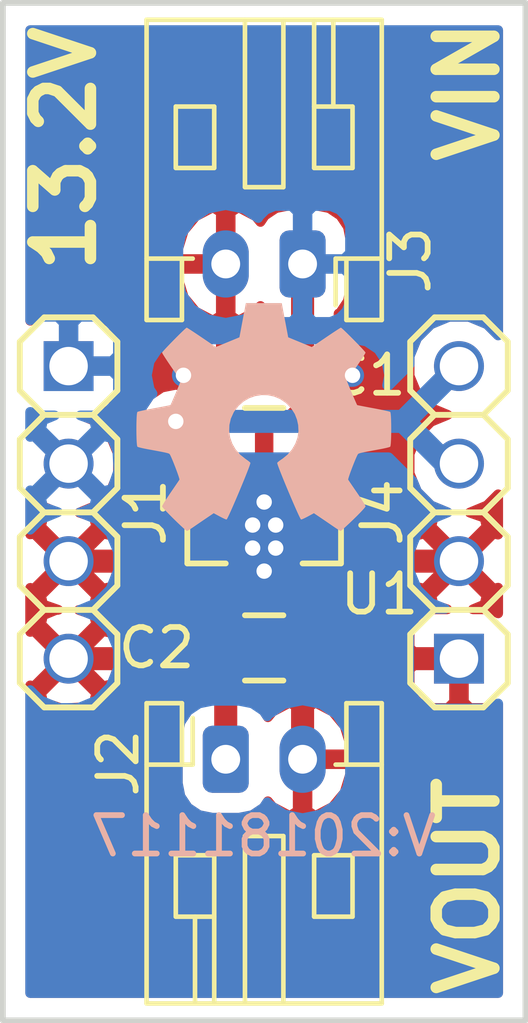
<source format=kicad_pcb>
(kicad_pcb (version 20171130) (host pcbnew 5.0.1-33cea8e~68~ubuntu18.04.1)

  (general
    (thickness 1.6)
    (drawings 7)
    (tracks 41)
    (zones 0)
    (modules 9)
    (nets 4)
  )

  (page A4)
  (layers
    (0 F.Cu signal)
    (31 B.Cu signal)
    (32 B.Adhes user)
    (33 F.Adhes user)
    (34 B.Paste user)
    (35 F.Paste user)
    (36 B.SilkS user)
    (37 F.SilkS user)
    (38 B.Mask user)
    (39 F.Mask user)
    (40 Dwgs.User user)
    (41 Cmts.User user)
    (42 Eco1.User user)
    (43 Eco2.User user)
    (44 Edge.Cuts user)
    (45 Margin user)
    (46 B.CrtYd user)
    (47 F.CrtYd user)
    (48 B.Fab user)
    (49 F.Fab user)
  )

  (setup
    (last_trace_width 0.1524)
    (user_trace_width 0.1524)
    (user_trace_width 0.2)
    (user_trace_width 0.3)
    (user_trace_width 0.4)
    (user_trace_width 0.6)
    (user_trace_width 1)
    (user_trace_width 1.5)
    (user_trace_width 2)
    (trace_clearance 0.1524)
    (zone_clearance 0.508)
    (zone_45_only no)
    (trace_min 0.1524)
    (segment_width 0.2)
    (edge_width 0.15)
    (via_size 0.381)
    (via_drill 0.254)
    (via_min_size 0.381)
    (via_min_drill 0.254)
    (user_via 0.381 0.254)
    (user_via 0.55 0.4)
    (user_via 0.75 0.6)
    (user_via 0.95 0.8)
    (user_via 1.3 1)
    (user_via 1.5 1.2)
    (user_via 1.7 1.4)
    (user_via 1.9 1.6)
    (uvia_size 0.381)
    (uvia_drill 0.254)
    (uvias_allowed no)
    (uvia_min_size 0.381)
    (uvia_min_drill 0.254)
    (pcb_text_width 0.3)
    (pcb_text_size 1.5 1.5)
    (mod_edge_width 0.15)
    (mod_text_size 1 1)
    (mod_text_width 0.15)
    (pad_size 1.524 1.524)
    (pad_drill 0.762)
    (pad_to_mask_clearance 0.1)
    (solder_mask_min_width 0.25)
    (aux_axis_origin 0 0)
    (visible_elements FFFFFF7F)
    (pcbplotparams
      (layerselection 0x010f0_ffffffff)
      (usegerberextensions true)
      (usegerberattributes false)
      (usegerberadvancedattributes false)
      (creategerberjobfile false)
      (excludeedgelayer true)
      (linewidth 0.100000)
      (plotframeref false)
      (viasonmask false)
      (mode 1)
      (useauxorigin false)
      (hpglpennumber 1)
      (hpglpenspeed 20)
      (hpglpendiameter 15.000000)
      (psnegative false)
      (psa4output false)
      (plotreference true)
      (plotvalue true)
      (plotinvisibletext false)
      (padsonsilk false)
      (subtractmaskfromsilk false)
      (outputformat 1)
      (mirror false)
      (drillshape 0)
      (scaleselection 1)
      (outputdirectory "MCP1702_SOT89_breakoutmodule_JST_plots"))
  )

  (net 0 "")
  (net 1 +12V)
  (net 2 GND)
  (net 3 VDD)

  (net_class Default "This is the default net class."
    (clearance 0.1524)
    (trace_width 0.1524)
    (via_dia 0.381)
    (via_drill 0.254)
    (uvia_dia 0.381)
    (uvia_drill 0.254)
    (add_net +12V)
    (add_net GND)
    (add_net VDD)
  )

  (module Symbols:OSHW-Symbol_6.7x6mm_SilkScreen (layer B.Cu) (tedit 0) (tstamp 5A135134)
    (at 135.9 75 180)
    (descr "Open Source Hardware Symbol")
    (tags "Logo Symbol OSHW")
    (path /5A135869)
    (attr virtual)
    (fp_text reference N1 (at 0 0 180) (layer B.SilkS) hide
      (effects (font (size 1 1) (thickness 0.15)) (justify mirror))
    )
    (fp_text value OHWLOGO (at 0.75 0 180) (layer B.Fab) hide
      (effects (font (size 1 1) (thickness 0.15)) (justify mirror))
    )
    (fp_poly (pts (xy 0.555814 2.531069) (xy 0.639635 2.086445) (xy 0.94892 1.958947) (xy 1.258206 1.831449)
      (xy 1.629246 2.083754) (xy 1.733157 2.154004) (xy 1.827087 2.216728) (xy 1.906652 2.269062)
      (xy 1.96747 2.308143) (xy 2.005157 2.331107) (xy 2.015421 2.336058) (xy 2.03391 2.323324)
      (xy 2.07342 2.288118) (xy 2.129522 2.234938) (xy 2.197787 2.168282) (xy 2.273786 2.092646)
      (xy 2.353092 2.012528) (xy 2.431275 1.932426) (xy 2.503907 1.856836) (xy 2.566559 1.790255)
      (xy 2.614803 1.737182) (xy 2.64421 1.702113) (xy 2.651241 1.690377) (xy 2.641123 1.66874)
      (xy 2.612759 1.621338) (xy 2.569129 1.552807) (xy 2.513218 1.467785) (xy 2.448006 1.370907)
      (xy 2.410219 1.31565) (xy 2.341343 1.214752) (xy 2.28014 1.123701) (xy 2.229578 1.04703)
      (xy 2.192628 0.989272) (xy 2.172258 0.954957) (xy 2.169197 0.947746) (xy 2.176136 0.927252)
      (xy 2.195051 0.879487) (xy 2.223087 0.811168) (xy 2.257391 0.729011) (xy 2.295109 0.63973)
      (xy 2.333387 0.550042) (xy 2.36937 0.466662) (xy 2.400206 0.396306) (xy 2.423039 0.34569)
      (xy 2.435017 0.321529) (xy 2.435724 0.320578) (xy 2.454531 0.315964) (xy 2.504618 0.305672)
      (xy 2.580793 0.290713) (xy 2.677865 0.272099) (xy 2.790643 0.250841) (xy 2.856442 0.238582)
      (xy 2.97695 0.215638) (xy 3.085797 0.193805) (xy 3.177476 0.174278) (xy 3.246481 0.158252)
      (xy 3.287304 0.146921) (xy 3.295511 0.143326) (xy 3.303548 0.118994) (xy 3.310033 0.064041)
      (xy 3.31497 -0.015108) (xy 3.318364 -0.112026) (xy 3.320218 -0.220287) (xy 3.320538 -0.333465)
      (xy 3.319327 -0.445135) (xy 3.31659 -0.548868) (xy 3.312331 -0.638241) (xy 3.306555 -0.706826)
      (xy 3.299267 -0.748197) (xy 3.294895 -0.75681) (xy 3.268764 -0.767133) (xy 3.213393 -0.781892)
      (xy 3.136107 -0.799352) (xy 3.04423 -0.81778) (xy 3.012158 -0.823741) (xy 2.857524 -0.852066)
      (xy 2.735375 -0.874876) (xy 2.641673 -0.89308) (xy 2.572384 -0.907583) (xy 2.523471 -0.919292)
      (xy 2.490897 -0.929115) (xy 2.470628 -0.937956) (xy 2.458626 -0.946724) (xy 2.456947 -0.948457)
      (xy 2.440184 -0.976371) (xy 2.414614 -1.030695) (xy 2.382788 -1.104777) (xy 2.34726 -1.191965)
      (xy 2.310583 -1.285608) (xy 2.275311 -1.379052) (xy 2.243996 -1.465647) (xy 2.219193 -1.53874)
      (xy 2.203454 -1.591678) (xy 2.199332 -1.617811) (xy 2.199676 -1.618726) (xy 2.213641 -1.640086)
      (xy 2.245322 -1.687084) (xy 2.291391 -1.754827) (xy 2.348518 -1.838423) (xy 2.413373 -1.932982)
      (xy 2.431843 -1.959854) (xy 2.497699 -2.057275) (xy 2.55565 -2.146163) (xy 2.602538 -2.221412)
      (xy 2.635207 -2.27792) (xy 2.6505 -2.310581) (xy 2.651241 -2.314593) (xy 2.638392 -2.335684)
      (xy 2.602888 -2.377464) (xy 2.549293 -2.435445) (xy 2.482171 -2.505135) (xy 2.406087 -2.582045)
      (xy 2.325604 -2.661683) (xy 2.245287 -2.739561) (xy 2.169699 -2.811186) (xy 2.103405 -2.87207)
      (xy 2.050969 -2.917721) (xy 2.016955 -2.94365) (xy 2.007545 -2.947883) (xy 1.985643 -2.937912)
      (xy 1.9408 -2.91102) (xy 1.880321 -2.871736) (xy 1.833789 -2.840117) (xy 1.749475 -2.782098)
      (xy 1.649626 -2.713784) (xy 1.549473 -2.645579) (xy 1.495627 -2.609075) (xy 1.313371 -2.4858)
      (xy 1.160381 -2.56852) (xy 1.090682 -2.604759) (xy 1.031414 -2.632926) (xy 0.991311 -2.648991)
      (xy 0.981103 -2.651226) (xy 0.968829 -2.634722) (xy 0.944613 -2.588082) (xy 0.910263 -2.515609)
      (xy 0.867588 -2.421606) (xy 0.818394 -2.310374) (xy 0.76449 -2.186215) (xy 0.707684 -2.053432)
      (xy 0.649782 -1.916327) (xy 0.592593 -1.779202) (xy 0.537924 -1.646358) (xy 0.487584 -1.522098)
      (xy 0.44338 -1.410725) (xy 0.407119 -1.316539) (xy 0.380609 -1.243844) (xy 0.365658 -1.196941)
      (xy 0.363254 -1.180833) (xy 0.382311 -1.160286) (xy 0.424036 -1.126933) (xy 0.479706 -1.087702)
      (xy 0.484378 -1.084599) (xy 0.628264 -0.969423) (xy 0.744283 -0.835053) (xy 0.83143 -0.685784)
      (xy 0.888699 -0.525913) (xy 0.915086 -0.359737) (xy 0.909585 -0.191552) (xy 0.87119 -0.025655)
      (xy 0.798895 0.133658) (xy 0.777626 0.168513) (xy 0.666996 0.309263) (xy 0.536302 0.422286)
      (xy 0.390064 0.506997) (xy 0.232808 0.562806) (xy 0.069057 0.589126) (xy -0.096667 0.58537)
      (xy -0.259838 0.55095) (xy -0.415935 0.485277) (xy -0.560433 0.387765) (xy -0.605131 0.348187)
      (xy -0.718888 0.224297) (xy -0.801782 0.093876) (xy -0.858644 -0.052315) (xy -0.890313 -0.197088)
      (xy -0.898131 -0.35986) (xy -0.872062 -0.52344) (xy -0.814755 -0.682298) (xy -0.728856 -0.830906)
      (xy -0.617014 -0.963735) (xy -0.481877 -1.075256) (xy -0.464117 -1.087011) (xy -0.40785 -1.125508)
      (xy -0.365077 -1.158863) (xy -0.344628 -1.18016) (xy -0.344331 -1.180833) (xy -0.348721 -1.203871)
      (xy -0.366124 -1.256157) (xy -0.394732 -1.33339) (xy -0.432735 -1.431268) (xy -0.478326 -1.545491)
      (xy -0.529697 -1.671758) (xy -0.585038 -1.805767) (xy -0.642542 -1.943218) (xy -0.700399 -2.079808)
      (xy -0.756802 -2.211237) (xy -0.809942 -2.333205) (xy -0.85801 -2.441409) (xy -0.899199 -2.531549)
      (xy -0.931699 -2.599323) (xy -0.953703 -2.64043) (xy -0.962564 -2.651226) (xy -0.98964 -2.642819)
      (xy -1.040303 -2.620272) (xy -1.105817 -2.587613) (xy -1.141841 -2.56852) (xy -1.294832 -2.4858)
      (xy -1.477088 -2.609075) (xy -1.570125 -2.672228) (xy -1.671985 -2.741727) (xy -1.767438 -2.807165)
      (xy -1.81525 -2.840117) (xy -1.882495 -2.885273) (xy -1.939436 -2.921057) (xy -1.978646 -2.942938)
      (xy -1.991381 -2.947563) (xy -2.009917 -2.935085) (xy -2.050941 -2.900252) (xy -2.110475 -2.846678)
      (xy -2.184542 -2.777983) (xy -2.269165 -2.697781) (xy -2.322685 -2.646286) (xy -2.416319 -2.554286)
      (xy -2.497241 -2.471999) (xy -2.562177 -2.402945) (xy -2.607858 -2.350644) (xy -2.631011 -2.318616)
      (xy -2.633232 -2.312116) (xy -2.622924 -2.287394) (xy -2.594439 -2.237405) (xy -2.550937 -2.167212)
      (xy -2.495577 -2.081875) (xy -2.43152 -1.986456) (xy -2.413303 -1.959854) (xy -2.346927 -1.863167)
      (xy -2.287378 -1.776117) (xy -2.237984 -1.703595) (xy -2.202075 -1.650493) (xy -2.182981 -1.621703)
      (xy -2.181136 -1.618726) (xy -2.183895 -1.595782) (xy -2.198538 -1.545336) (xy -2.222513 -1.474041)
      (xy -2.253266 -1.388547) (xy -2.288244 -1.295507) (xy -2.324893 -1.201574) (xy -2.360661 -1.113399)
      (xy -2.392994 -1.037634) (xy -2.419338 -0.980931) (xy -2.437142 -0.949943) (xy -2.438407 -0.948457)
      (xy -2.449294 -0.939601) (xy -2.467682 -0.930843) (xy -2.497606 -0.921277) (xy -2.543103 -0.909996)
      (xy -2.608209 -0.896093) (xy -2.696961 -0.878663) (xy -2.813393 -0.856798) (xy -2.961542 -0.829591)
      (xy -2.993618 -0.823741) (xy -3.088686 -0.805374) (xy -3.171565 -0.787405) (xy -3.23493 -0.771569)
      (xy -3.271458 -0.7596) (xy -3.276356 -0.75681) (xy -3.284427 -0.732072) (xy -3.290987 -0.67679)
      (xy -3.296033 -0.597389) (xy -3.299559 -0.500296) (xy -3.301561 -0.391938) (xy -3.302036 -0.27874)
      (xy -3.300977 -0.167128) (xy -3.298382 -0.063529) (xy -3.294246 0.025632) (xy -3.288563 0.093928)
      (xy -3.281331 0.134934) (xy -3.276971 0.143326) (xy -3.252698 0.151792) (xy -3.197426 0.165565)
      (xy -3.116662 0.18345) (xy -3.015912 0.204252) (xy -2.900683 0.226777) (xy -2.837902 0.238582)
      (xy -2.718787 0.260849) (xy -2.612565 0.281021) (xy -2.524427 0.298085) (xy -2.459566 0.311031)
      (xy -2.423174 0.318845) (xy -2.417184 0.320578) (xy -2.407061 0.34011) (xy -2.385662 0.387157)
      (xy -2.355839 0.454997) (xy -2.320445 0.536909) (xy -2.282332 0.626172) (xy -2.244353 0.716065)
      (xy -2.20936 0.799865) (xy -2.180206 0.870853) (xy -2.159743 0.922306) (xy -2.150823 0.947503)
      (xy -2.150657 0.948604) (xy -2.160769 0.968481) (xy -2.189117 1.014223) (xy -2.232723 1.081283)
      (xy -2.288606 1.165116) (xy -2.353787 1.261174) (xy -2.391679 1.31635) (xy -2.460725 1.417519)
      (xy -2.52205 1.50937) (xy -2.572663 1.587256) (xy -2.609571 1.646531) (xy -2.629782 1.682549)
      (xy -2.632701 1.690623) (xy -2.620153 1.709416) (xy -2.585463 1.749543) (xy -2.533063 1.806507)
      (xy -2.467384 1.875815) (xy -2.392856 1.952969) (xy -2.313913 2.033475) (xy -2.234983 2.112837)
      (xy -2.1605 2.18656) (xy -2.094894 2.250148) (xy -2.042596 2.299106) (xy -2.008039 2.328939)
      (xy -1.996478 2.336058) (xy -1.977654 2.326047) (xy -1.932631 2.297922) (xy -1.865787 2.254546)
      (xy -1.781499 2.198782) (xy -1.684144 2.133494) (xy -1.610707 2.083754) (xy -1.239667 1.831449)
      (xy -0.621095 2.086445) (xy -0.537275 2.531069) (xy -0.453454 2.975693) (xy 0.471994 2.975693)
      (xy 0.555814 2.531069)) (layer B.SilkS) (width 0.01))
  )

  (module SquantorLabels:Label_version (layer B.Cu) (tedit 5B5A1E49) (tstamp 5BFE77D5)
    (at 135.3 85.9 90)
    (path /5A1357A5)
    (fp_text reference N2 (at 0 -1.4 90) (layer B.Fab) hide
      (effects (font (size 1 1) (thickness 0.15)) (justify mirror))
    )
    (fp_text value 20181117 (at 0 -0.1 180) (layer B.SilkS)
      (effects (font (size 1 1) (thickness 0.15)) (justify mirror))
    )
    (fp_text user V: (at 0 4.4 180) (layer B.SilkS)
      (effects (font (size 1 1) (thickness 0.15)) (justify mirror))
    )
  )

  (module SquantorRcl:C_0805 (layer F.Cu) (tedit 5415D6EA) (tstamp 5BFD038B)
    (at 135.9 73.9 180)
    (descr "Capacitor SMD 0805, reflow soldering, AVX (see smccp.pdf)")
    (tags "capacitor 0805")
    (path /5BE4AAB5)
    (attr smd)
    (fp_text reference C1 (at -2.7 0 180) (layer F.SilkS)
      (effects (font (size 1 1) (thickness 0.15)))
    )
    (fp_text value C (at 0 2.1 180) (layer F.Fab)
      (effects (font (size 1 1) (thickness 0.15)))
    )
    (fp_line (start -1 0.625) (end -1 -0.625) (layer F.Fab) (width 0.15))
    (fp_line (start 1 0.625) (end -1 0.625) (layer F.Fab) (width 0.15))
    (fp_line (start 1 -0.625) (end 1 0.625) (layer F.Fab) (width 0.15))
    (fp_line (start -1 -0.625) (end 1 -0.625) (layer F.Fab) (width 0.15))
    (fp_line (start -1.8 -1) (end 1.8 -1) (layer F.CrtYd) (width 0.05))
    (fp_line (start -1.8 1) (end 1.8 1) (layer F.CrtYd) (width 0.05))
    (fp_line (start -1.8 -1) (end -1.8 1) (layer F.CrtYd) (width 0.05))
    (fp_line (start 1.8 -1) (end 1.8 1) (layer F.CrtYd) (width 0.05))
    (fp_line (start 0.5 -0.85) (end -0.5 -0.85) (layer F.SilkS) (width 0.15))
    (fp_line (start -0.5 0.85) (end 0.5 0.85) (layer F.SilkS) (width 0.15))
    (pad 1 smd rect (at -1 0 180) (size 1 1.25) (layers F.Cu F.Paste F.Mask)
      (net 1 +12V))
    (pad 2 smd rect (at 1 0 180) (size 1 1.25) (layers F.Cu F.Paste F.Mask)
      (net 2 GND))
    (model Capacitors_SMD.3dshapes/C_0805.wrl
      (at (xyz 0 0 0))
      (scale (xyz 1 1 1))
      (rotate (xyz 0 0 0))
    )
  )

  (module SquantorRcl:C_0805 (layer F.Cu) (tedit 5415D6EA) (tstamp 5BFD039B)
    (at 135.9 81)
    (descr "Capacitor SMD 0805, reflow soldering, AVX (see smccp.pdf)")
    (tags "capacitor 0805")
    (path /5BE4AAF0)
    (attr smd)
    (fp_text reference C2 (at -2.8 0) (layer F.SilkS)
      (effects (font (size 1 1) (thickness 0.15)))
    )
    (fp_text value C (at 0 2.1) (layer F.Fab)
      (effects (font (size 1 1) (thickness 0.15)))
    )
    (fp_line (start -0.5 0.85) (end 0.5 0.85) (layer F.SilkS) (width 0.15))
    (fp_line (start 0.5 -0.85) (end -0.5 -0.85) (layer F.SilkS) (width 0.15))
    (fp_line (start 1.8 -1) (end 1.8 1) (layer F.CrtYd) (width 0.05))
    (fp_line (start -1.8 -1) (end -1.8 1) (layer F.CrtYd) (width 0.05))
    (fp_line (start -1.8 1) (end 1.8 1) (layer F.CrtYd) (width 0.05))
    (fp_line (start -1.8 -1) (end 1.8 -1) (layer F.CrtYd) (width 0.05))
    (fp_line (start -1 -0.625) (end 1 -0.625) (layer F.Fab) (width 0.15))
    (fp_line (start 1 -0.625) (end 1 0.625) (layer F.Fab) (width 0.15))
    (fp_line (start 1 0.625) (end -1 0.625) (layer F.Fab) (width 0.15))
    (fp_line (start -1 0.625) (end -1 -0.625) (layer F.Fab) (width 0.15))
    (pad 2 smd rect (at 1 0) (size 1 1.25) (layers F.Cu F.Paste F.Mask)
      (net 2 GND))
    (pad 1 smd rect (at -1 0) (size 1 1.25) (layers F.Cu F.Paste F.Mask)
      (net 3 VDD))
    (model Capacitors_SMD.3dshapes/C_0805.wrl
      (at (xyz 0 0 0))
      (scale (xyz 1 1 1))
      (rotate (xyz 0 0 0))
    )
  )

  (module SquantorConnectors:Header-0254-1X04-H010 (layer F.Cu) (tedit 5BE5435D) (tstamp 5BFD03C0)
    (at 130.81 77.47 270)
    (descr "PIN HEADER")
    (tags "PIN HEADER")
    (path /5BE4B042)
    (attr virtual)
    (fp_text reference J1 (at 0 -2 270) (layer F.SilkS)
      (effects (font (size 1 1) (thickness 0.15)))
    )
    (fp_text value Conn_01x04 (at 0 2.2 270) (layer F.Fab) hide
      (effects (font (size 1 1) (thickness 0.15)))
    )
    (fp_line (start 0 -0.635) (end 0.635 -1.27) (layer F.SilkS) (width 0.1524))
    (fp_line (start 0.635 -1.27) (end 1.905 -1.27) (layer F.SilkS) (width 0.1524))
    (fp_line (start 1.905 -1.27) (end 2.54 -0.635) (layer F.SilkS) (width 0.1524))
    (fp_line (start 2.54 -0.635) (end 2.54 0.635) (layer F.SilkS) (width 0.1524))
    (fp_line (start 2.54 0.635) (end 1.905 1.27) (layer F.SilkS) (width 0.1524))
    (fp_line (start 1.905 1.27) (end 0.635 1.27) (layer F.SilkS) (width 0.1524))
    (fp_line (start 0.635 1.27) (end 0 0.635) (layer F.SilkS) (width 0.1524))
    (fp_line (start -4.445 -1.27) (end -3.175 -1.27) (layer F.SilkS) (width 0.1524))
    (fp_line (start -3.175 -1.27) (end -2.54 -0.635) (layer F.SilkS) (width 0.1524))
    (fp_line (start -2.54 -0.635) (end -2.54 0.635) (layer F.SilkS) (width 0.1524))
    (fp_line (start -2.54 0.635) (end -3.175 1.27) (layer F.SilkS) (width 0.1524))
    (fp_line (start -2.54 -0.635) (end -1.905 -1.27) (layer F.SilkS) (width 0.1524))
    (fp_line (start -1.905 -1.27) (end -0.635 -1.27) (layer F.SilkS) (width 0.1524))
    (fp_line (start -0.635 -1.27) (end 0 -0.635) (layer F.SilkS) (width 0.1524))
    (fp_line (start 0 -0.635) (end 0 0.635) (layer F.SilkS) (width 0.1524))
    (fp_line (start 0 0.635) (end -0.635 1.27) (layer F.SilkS) (width 0.1524))
    (fp_line (start -0.635 1.27) (end -1.905 1.27) (layer F.SilkS) (width 0.1524))
    (fp_line (start -1.905 1.27) (end -2.54 0.635) (layer F.SilkS) (width 0.1524))
    (fp_line (start -5.08 -0.635) (end -5.08 0.635) (layer F.SilkS) (width 0.1524))
    (fp_line (start -4.445 -1.27) (end -5.08 -0.635) (layer F.SilkS) (width 0.1524))
    (fp_line (start -5.08 0.635) (end -4.445 1.27) (layer F.SilkS) (width 0.1524))
    (fp_line (start -3.175 1.27) (end -4.445 1.27) (layer F.SilkS) (width 0.1524))
    (fp_line (start 3.175 -1.27) (end 4.445 -1.27) (layer F.SilkS) (width 0.1524))
    (fp_line (start 4.445 -1.27) (end 5.08 -0.635) (layer F.SilkS) (width 0.1524))
    (fp_line (start 5.08 -0.635) (end 5.08 0.635) (layer F.SilkS) (width 0.1524))
    (fp_line (start 5.08 0.635) (end 4.445 1.27) (layer F.SilkS) (width 0.1524))
    (fp_line (start 3.175 -1.27) (end 2.54 -0.635) (layer F.SilkS) (width 0.1524))
    (fp_line (start 2.54 0.635) (end 3.175 1.27) (layer F.SilkS) (width 0.1524))
    (fp_line (start 4.445 1.27) (end 3.175 1.27) (layer F.SilkS) (width 0.1524))
    (pad 1 thru_hole rect (at -3.81 0 90) (size 1.3 1.3) (drill 1) (layers *.Cu *.Mask)
      (net 1 +12V))
    (pad 2 thru_hole circle (at -1.27 0 90) (size 1.3 1.3) (drill 1) (layers *.Cu *.Mask)
      (net 1 +12V))
    (pad 3 thru_hole circle (at 1.27 0 90) (size 1.3 1.3) (drill 1) (layers *.Cu *.Mask)
      (net 2 GND))
    (pad 4 thru_hole circle (at 3.81 0 90) (size 1.3 1.3) (drill 1) (layers *.Cu *.Mask)
      (net 2 GND))
  )

  (module SquantorConnectors:Header-0254-1X04-H010 (layer F.Cu) (tedit 5BE54358) (tstamp 5BFD0433)
    (at 140.97 77.47 90)
    (descr "PIN HEADER")
    (tags "PIN HEADER")
    (path /5BE4B50D)
    (attr virtual)
    (fp_text reference J4 (at 0 -2 90) (layer F.SilkS)
      (effects (font (size 1 1) (thickness 0.15)))
    )
    (fp_text value Conn_01x04 (at 0 2.2 90) (layer F.Fab) hide
      (effects (font (size 1 1) (thickness 0.15)))
    )
    (fp_line (start 4.445 1.27) (end 3.175 1.27) (layer F.SilkS) (width 0.1524))
    (fp_line (start 2.54 0.635) (end 3.175 1.27) (layer F.SilkS) (width 0.1524))
    (fp_line (start 3.175 -1.27) (end 2.54 -0.635) (layer F.SilkS) (width 0.1524))
    (fp_line (start 5.08 0.635) (end 4.445 1.27) (layer F.SilkS) (width 0.1524))
    (fp_line (start 5.08 -0.635) (end 5.08 0.635) (layer F.SilkS) (width 0.1524))
    (fp_line (start 4.445 -1.27) (end 5.08 -0.635) (layer F.SilkS) (width 0.1524))
    (fp_line (start 3.175 -1.27) (end 4.445 -1.27) (layer F.SilkS) (width 0.1524))
    (fp_line (start -3.175 1.27) (end -4.445 1.27) (layer F.SilkS) (width 0.1524))
    (fp_line (start -5.08 0.635) (end -4.445 1.27) (layer F.SilkS) (width 0.1524))
    (fp_line (start -4.445 -1.27) (end -5.08 -0.635) (layer F.SilkS) (width 0.1524))
    (fp_line (start -5.08 -0.635) (end -5.08 0.635) (layer F.SilkS) (width 0.1524))
    (fp_line (start -1.905 1.27) (end -2.54 0.635) (layer F.SilkS) (width 0.1524))
    (fp_line (start -0.635 1.27) (end -1.905 1.27) (layer F.SilkS) (width 0.1524))
    (fp_line (start 0 0.635) (end -0.635 1.27) (layer F.SilkS) (width 0.1524))
    (fp_line (start 0 -0.635) (end 0 0.635) (layer F.SilkS) (width 0.1524))
    (fp_line (start -0.635 -1.27) (end 0 -0.635) (layer F.SilkS) (width 0.1524))
    (fp_line (start -1.905 -1.27) (end -0.635 -1.27) (layer F.SilkS) (width 0.1524))
    (fp_line (start -2.54 -0.635) (end -1.905 -1.27) (layer F.SilkS) (width 0.1524))
    (fp_line (start -2.54 0.635) (end -3.175 1.27) (layer F.SilkS) (width 0.1524))
    (fp_line (start -2.54 -0.635) (end -2.54 0.635) (layer F.SilkS) (width 0.1524))
    (fp_line (start -3.175 -1.27) (end -2.54 -0.635) (layer F.SilkS) (width 0.1524))
    (fp_line (start -4.445 -1.27) (end -3.175 -1.27) (layer F.SilkS) (width 0.1524))
    (fp_line (start 0.635 1.27) (end 0 0.635) (layer F.SilkS) (width 0.1524))
    (fp_line (start 1.905 1.27) (end 0.635 1.27) (layer F.SilkS) (width 0.1524))
    (fp_line (start 2.54 0.635) (end 1.905 1.27) (layer F.SilkS) (width 0.1524))
    (fp_line (start 2.54 -0.635) (end 2.54 0.635) (layer F.SilkS) (width 0.1524))
    (fp_line (start 1.905 -1.27) (end 2.54 -0.635) (layer F.SilkS) (width 0.1524))
    (fp_line (start 0.635 -1.27) (end 1.905 -1.27) (layer F.SilkS) (width 0.1524))
    (fp_line (start 0 -0.635) (end 0.635 -1.27) (layer F.SilkS) (width 0.1524))
    (pad 4 thru_hole circle (at 3.81 0 270) (size 1.3 1.3) (drill 1) (layers *.Cu *.Mask)
      (net 3 VDD))
    (pad 3 thru_hole circle (at 1.27 0 270) (size 1.3 1.3) (drill 1) (layers *.Cu *.Mask)
      (net 3 VDD))
    (pad 2 thru_hole circle (at -1.27 0 270) (size 1.3 1.3) (drill 1) (layers *.Cu *.Mask)
      (net 2 GND))
    (pad 1 thru_hole rect (at -3.81 0 270) (size 1.3 1.3) (drill 1) (layers *.Cu *.Mask)
      (net 2 GND))
  )

  (module SquantorIC:SOT89-ViaTab-Microchip-MB (layer F.Cu) (tedit 5BE54371) (tstamp 5BFD0ACF)
    (at 135.9 76.1 180)
    (path /5BE4AA1E)
    (fp_text reference U1 (at -3 -3.5 180) (layer F.SilkS)
      (effects (font (size 1 1) (thickness 0.15)))
    )
    (fp_text value MCP1702-MB (at 0 2 180) (layer F.Fab) hide
      (effects (font (size 1 1) (thickness 0.15)))
    )
    (fp_line (start 2 -2.7) (end 2 -1) (layer F.SilkS) (width 0.15))
    (fp_line (start 1 -2.7) (end 2 -2.7) (layer F.SilkS) (width 0.15))
    (fp_line (start -2 -2.7) (end -1 -2.7) (layer F.SilkS) (width 0.15))
    (fp_line (start -2 -1) (end -2 -2.7) (layer F.SilkS) (width 0.15))
    (pad 1 smd rect (at -1.5 0 180) (size 0.48 1.4) (layers F.Cu F.Paste F.Mask)
      (net 2 GND))
    (pad 2 smd rect (at 0 0 180) (size 0.48 1.4) (layers F.Cu F.Paste F.Mask)
      (net 1 +12V))
    (pad 3 smd rect (at 1.5 0 180) (size 0.48 1.4) (layers F.Cu F.Paste F.Mask)
      (net 3 VDD))
    (pad TAB smd oval (at 0 -2 180) (size 1.2 2.85) (layers F.Cu F.Paste F.Mask)
      (net 1 +12V) (zone_connect 2))
    (pad TAB thru_hole rect (at -0.3 -1.7 180) (size 0.6 0.6) (drill 0.4) (layers *.Cu *.Mask)
      (net 1 +12V) (zone_connect 2))
    (pad TAB thru_hole rect (at 0.3 -1.7 180) (size 0.6 0.6) (drill 0.4) (layers *.Cu *.Mask)
      (net 1 +12V) (zone_connect 2))
    (pad TAB thru_hole rect (at 0.3 -2.3 180) (size 0.6 0.6) (drill 0.4) (layers *.Cu *.Mask)
      (net 1 +12V) (zone_connect 2))
    (pad TAB thru_hole rect (at -0.3 -2.3 180) (size 0.6 0.6) (drill 0.4) (layers *.Cu *.Mask)
      (net 1 +12V) (zone_connect 2))
    (pad TAB thru_hole rect (at 0 -2.9 180) (size 0.6 0.6) (drill 0.4) (layers *.Cu *.Mask)
      (net 1 +12V) (zone_connect 2))
    (pad TAB thru_hole rect (at 0 -1.1 180) (size 0.6 0.6) (drill 0.4) (layers *.Cu *.Mask)
      (net 1 +12V) (zone_connect 2))
  )

  (module Connector_JST:JST_PH_S2B-PH-K_1x02_P2.00mm_Horizontal (layer F.Cu) (tedit 5BF007B9) (tstamp 5BFE7241)
    (at 134.9 83.9)
    (descr "JST PH series connector, S2B-PH-K (http://www.jst-mfg.com/product/pdf/eng/ePH.pdf), generated with kicad-footprint-generator")
    (tags "connector JST PH top entry")
    (path /5BE4D037)
    (fp_text reference J2 (at -2.8 0.1 90) (layer F.SilkS)
      (effects (font (size 1 1) (thickness 0.15)))
    )
    (fp_text value Conn_01x02 (at 1 7.45) (layer F.Fab) hide
      (effects (font (size 1 1) (thickness 0.15)))
    )
    (fp_text user %R (at 1 2.5) (layer F.Fab)
      (effects (font (size 1 1) (thickness 0.15)))
    )
    (fp_line (start 0.5 1.375) (end 0 0.875) (layer F.Fab) (width 0.1))
    (fp_line (start -0.5 1.375) (end 0.5 1.375) (layer F.Fab) (width 0.1))
    (fp_line (start 0 0.875) (end -0.5 1.375) (layer F.Fab) (width 0.1))
    (fp_line (start -0.86 0.14) (end -0.86 -1.075) (layer F.SilkS) (width 0.12))
    (fp_line (start 3.25 0.25) (end -1.25 0.25) (layer F.Fab) (width 0.1))
    (fp_line (start 3.25 -1.35) (end 3.25 0.25) (layer F.Fab) (width 0.1))
    (fp_line (start 3.95 -1.35) (end 3.25 -1.35) (layer F.Fab) (width 0.1))
    (fp_line (start 3.95 6.25) (end 3.95 -1.35) (layer F.Fab) (width 0.1))
    (fp_line (start -1.95 6.25) (end 3.95 6.25) (layer F.Fab) (width 0.1))
    (fp_line (start -1.95 -1.35) (end -1.95 6.25) (layer F.Fab) (width 0.1))
    (fp_line (start -1.25 -1.35) (end -1.95 -1.35) (layer F.Fab) (width 0.1))
    (fp_line (start -1.25 0.25) (end -1.25 -1.35) (layer F.Fab) (width 0.1))
    (fp_line (start 4.45 -1.85) (end -2.45 -1.85) (layer F.CrtYd) (width 0.05))
    (fp_line (start 4.45 6.75) (end 4.45 -1.85) (layer F.CrtYd) (width 0.05))
    (fp_line (start -2.45 6.75) (end 4.45 6.75) (layer F.CrtYd) (width 0.05))
    (fp_line (start -2.45 -1.85) (end -2.45 6.75) (layer F.CrtYd) (width 0.05))
    (fp_line (start -0.8 4.1) (end -0.8 6.36) (layer F.SilkS) (width 0.12))
    (fp_line (start -0.3 4.1) (end -0.3 6.36) (layer F.SilkS) (width 0.12))
    (fp_line (start 2.3 2.5) (end 3.3 2.5) (layer F.SilkS) (width 0.12))
    (fp_line (start 2.3 4.1) (end 2.3 2.5) (layer F.SilkS) (width 0.12))
    (fp_line (start 3.3 4.1) (end 2.3 4.1) (layer F.SilkS) (width 0.12))
    (fp_line (start 3.3 2.5) (end 3.3 4.1) (layer F.SilkS) (width 0.12))
    (fp_line (start -0.3 2.5) (end -1.3 2.5) (layer F.SilkS) (width 0.12))
    (fp_line (start -0.3 4.1) (end -0.3 2.5) (layer F.SilkS) (width 0.12))
    (fp_line (start -1.3 4.1) (end -0.3 4.1) (layer F.SilkS) (width 0.12))
    (fp_line (start -1.3 2.5) (end -1.3 4.1) (layer F.SilkS) (width 0.12))
    (fp_line (start 4.06 0.14) (end 3.14 0.14) (layer F.SilkS) (width 0.12))
    (fp_line (start -2.06 0.14) (end -1.14 0.14) (layer F.SilkS) (width 0.12))
    (fp_line (start 1.5 2) (end 1.5 6.36) (layer F.SilkS) (width 0.12))
    (fp_line (start 0.5 2) (end 1.5 2) (layer F.SilkS) (width 0.12))
    (fp_line (start 0.5 6.36) (end 0.5 2) (layer F.SilkS) (width 0.12))
    (fp_line (start 3.14 0.14) (end 2.86 0.14) (layer F.SilkS) (width 0.12))
    (fp_line (start 3.14 -1.46) (end 3.14 0.14) (layer F.SilkS) (width 0.12))
    (fp_line (start 4.06 -1.46) (end 3.14 -1.46) (layer F.SilkS) (width 0.12))
    (fp_line (start 4.06 6.36) (end 4.06 -1.46) (layer F.SilkS) (width 0.12))
    (fp_line (start -2.06 6.36) (end 4.06 6.36) (layer F.SilkS) (width 0.12))
    (fp_line (start -2.06 -1.46) (end -2.06 6.36) (layer F.SilkS) (width 0.12))
    (fp_line (start -1.14 -1.46) (end -2.06 -1.46) (layer F.SilkS) (width 0.12))
    (fp_line (start -1.14 0.14) (end -1.14 -1.46) (layer F.SilkS) (width 0.12))
    (fp_line (start -0.86 0.14) (end -1.14 0.14) (layer F.SilkS) (width 0.12))
    (pad 2 thru_hole oval (at 2 0) (size 1.2 1.75) (drill 0.75) (layers *.Cu *.Mask)
      (net 2 GND))
    (pad 1 thru_hole roundrect (at 0 0) (size 1.2 1.75) (drill 0.75) (layers *.Cu *.Mask) (roundrect_rratio 0.208333)
      (net 3 VDD))
    (model ${KISYS3DMOD}/Connector_JST.3dshapes/JST_PH_S2B-PH-K_1x02_P2.00mm_Horizontal.wrl
      (at (xyz 0 0 0))
      (scale (xyz 1 1 1))
      (rotate (xyz 0 0 0))
    )
  )

  (module Connector_JST:JST_PH_S2B-PH-K_1x02_P2.00mm_Horizontal (layer F.Cu) (tedit 5BF007BF) (tstamp 5BFE726F)
    (at 136.9 71 180)
    (descr "JST PH series connector, S2B-PH-K (http://www.jst-mfg.com/product/pdf/eng/ePH.pdf), generated with kicad-footprint-generator")
    (tags "connector JST PH top entry")
    (path /5BE4C9F1)
    (fp_text reference J3 (at -2.8 0.1 270) (layer F.SilkS)
      (effects (font (size 1 1) (thickness 0.15)))
    )
    (fp_text value Conn_01x02 (at 1 7.45 180) (layer F.Fab) hide
      (effects (font (size 1 1) (thickness 0.15)))
    )
    (fp_line (start -0.86 0.14) (end -1.14 0.14) (layer F.SilkS) (width 0.12))
    (fp_line (start -1.14 0.14) (end -1.14 -1.46) (layer F.SilkS) (width 0.12))
    (fp_line (start -1.14 -1.46) (end -2.06 -1.46) (layer F.SilkS) (width 0.12))
    (fp_line (start -2.06 -1.46) (end -2.06 6.36) (layer F.SilkS) (width 0.12))
    (fp_line (start -2.06 6.36) (end 4.06 6.36) (layer F.SilkS) (width 0.12))
    (fp_line (start 4.06 6.36) (end 4.06 -1.46) (layer F.SilkS) (width 0.12))
    (fp_line (start 4.06 -1.46) (end 3.14 -1.46) (layer F.SilkS) (width 0.12))
    (fp_line (start 3.14 -1.46) (end 3.14 0.14) (layer F.SilkS) (width 0.12))
    (fp_line (start 3.14 0.14) (end 2.86 0.14) (layer F.SilkS) (width 0.12))
    (fp_line (start 0.5 6.36) (end 0.5 2) (layer F.SilkS) (width 0.12))
    (fp_line (start 0.5 2) (end 1.5 2) (layer F.SilkS) (width 0.12))
    (fp_line (start 1.5 2) (end 1.5 6.36) (layer F.SilkS) (width 0.12))
    (fp_line (start -2.06 0.14) (end -1.14 0.14) (layer F.SilkS) (width 0.12))
    (fp_line (start 4.06 0.14) (end 3.14 0.14) (layer F.SilkS) (width 0.12))
    (fp_line (start -1.3 2.5) (end -1.3 4.1) (layer F.SilkS) (width 0.12))
    (fp_line (start -1.3 4.1) (end -0.3 4.1) (layer F.SilkS) (width 0.12))
    (fp_line (start -0.3 4.1) (end -0.3 2.5) (layer F.SilkS) (width 0.12))
    (fp_line (start -0.3 2.5) (end -1.3 2.5) (layer F.SilkS) (width 0.12))
    (fp_line (start 3.3 2.5) (end 3.3 4.1) (layer F.SilkS) (width 0.12))
    (fp_line (start 3.3 4.1) (end 2.3 4.1) (layer F.SilkS) (width 0.12))
    (fp_line (start 2.3 4.1) (end 2.3 2.5) (layer F.SilkS) (width 0.12))
    (fp_line (start 2.3 2.5) (end 3.3 2.5) (layer F.SilkS) (width 0.12))
    (fp_line (start -0.3 4.1) (end -0.3 6.36) (layer F.SilkS) (width 0.12))
    (fp_line (start -0.8 4.1) (end -0.8 6.36) (layer F.SilkS) (width 0.12))
    (fp_line (start -2.45 -1.85) (end -2.45 6.75) (layer F.CrtYd) (width 0.05))
    (fp_line (start -2.45 6.75) (end 4.45 6.75) (layer F.CrtYd) (width 0.05))
    (fp_line (start 4.45 6.75) (end 4.45 -1.85) (layer F.CrtYd) (width 0.05))
    (fp_line (start 4.45 -1.85) (end -2.45 -1.85) (layer F.CrtYd) (width 0.05))
    (fp_line (start -1.25 0.25) (end -1.25 -1.35) (layer F.Fab) (width 0.1))
    (fp_line (start -1.25 -1.35) (end -1.95 -1.35) (layer F.Fab) (width 0.1))
    (fp_line (start -1.95 -1.35) (end -1.95 6.25) (layer F.Fab) (width 0.1))
    (fp_line (start -1.95 6.25) (end 3.95 6.25) (layer F.Fab) (width 0.1))
    (fp_line (start 3.95 6.25) (end 3.95 -1.35) (layer F.Fab) (width 0.1))
    (fp_line (start 3.95 -1.35) (end 3.25 -1.35) (layer F.Fab) (width 0.1))
    (fp_line (start 3.25 -1.35) (end 3.25 0.25) (layer F.Fab) (width 0.1))
    (fp_line (start 3.25 0.25) (end -1.25 0.25) (layer F.Fab) (width 0.1))
    (fp_line (start -0.86 0.14) (end -0.86 -1.075) (layer F.SilkS) (width 0.12))
    (fp_line (start 0 0.875) (end -0.5 1.375) (layer F.Fab) (width 0.1))
    (fp_line (start -0.5 1.375) (end 0.5 1.375) (layer F.Fab) (width 0.1))
    (fp_line (start 0.5 1.375) (end 0 0.875) (layer F.Fab) (width 0.1))
    (fp_text user %R (at 1 2.5 180) (layer F.Fab)
      (effects (font (size 1 1) (thickness 0.15)))
    )
    (pad 1 thru_hole roundrect (at 0 0 180) (size 1.2 1.75) (drill 0.75) (layers *.Cu *.Mask) (roundrect_rratio 0.208333)
      (net 1 +12V))
    (pad 2 thru_hole oval (at 2 0 180) (size 1.2 1.75) (drill 0.75) (layers *.Cu *.Mask)
      (net 2 GND))
    (model ${KISYS3DMOD}/Connector_JST.3dshapes/JST_PH_S2B-PH-K_1x02_P2.00mm_Horizontal.wrl
      (at (xyz 0 0 0))
      (scale (xyz 1 1 1))
      (rotate (xyz 0 0 0))
    )
  )

  (gr_text VOUT (at 141.2 87.2 90) (layer F.SilkS)
    (effects (font (size 1.5 1.5) (thickness 0.3)))
  )
  (gr_text 13.2V (at 130.7 68 90) (layer F.SilkS)
    (effects (font (size 1.5 1.5) (thickness 0.3)))
  )
  (gr_text VIN (at 141.2 66.5 90) (layer F.SilkS)
    (effects (font (size 1.5 1.5) (thickness 0.3)))
  )
  (gr_line (start 142.7 64.2) (end 142.7 90.7) (layer Edge.Cuts) (width 0.15))
  (gr_line (start 129.1 90.7) (end 129.1 64.2) (layer Edge.Cuts) (width 0.15))
  (gr_line (start 142.7 64.2) (end 129.1 64.2) (layer Edge.Cuts) (width 0.15))
  (gr_line (start 129.1 90.7) (end 142.7 90.7) (layer Edge.Cuts) (width 0.15))

  (segment (start 135.9 76.1) (end 135.9 78.1) (width 0.4) (layer F.Cu) (net 1))
  (segment (start 135.9 76.1) (end 135.9 75.2) (width 0.4) (layer F.Cu) (net 1))
  (segment (start 135.9 75.2) (end 136.1 75) (width 0.4) (layer F.Cu) (net 1))
  (segment (start 136.1 75) (end 136.6 75) (width 0.4) (layer F.Cu) (net 1))
  (segment (start 136.9 74.7) (end 136.9 73.9) (width 0.4) (layer F.Cu) (net 1))
  (segment (start 136.6 75) (end 136.9 74.7) (width 0.4) (layer F.Cu) (net 1))
  (segment (start 136.9 71) (end 136.9 73.9) (width 0.6) (layer F.Cu) (net 1))
  (segment (start 134.9 73.9) (end 133.8 73.9) (width 0.6) (layer F.Cu) (net 2))
  (via (at 133.8 73.9) (size 0.55) (drill 0.4) (layers F.Cu B.Cu) (net 2))
  (segment (start 133.8 73.9) (end 137.7 73.9) (width 0.6) (layer B.Cu) (net 2))
  (segment (start 132.12 81.28) (end 130.81 81.28) (width 0.6) (layer F.Cu) (net 2))
  (segment (start 133.8 73.9) (end 133.2 73.9) (width 0.6) (layer F.Cu) (net 2))
  (segment (start 132.5 80.9) (end 132.12 81.28) (width 0.6) (layer F.Cu) (net 2))
  (segment (start 133.2 73.9) (end 132.5 74.6) (width 0.6) (layer F.Cu) (net 2))
  (segment (start 132.46 78.74) (end 132.5 78.7) (width 0.6) (layer F.Cu) (net 2))
  (segment (start 130.81 78.74) (end 132.46 78.74) (width 0.6) (layer F.Cu) (net 2))
  (segment (start 132.5 74.6) (end 132.5 78.7) (width 0.6) (layer F.Cu) (net 2))
  (segment (start 132.5 78.7) (end 132.5 80.9) (width 0.6) (layer F.Cu) (net 2))
  (segment (start 137.7 73.9) (end 138.2 73.9) (width 0.6) (layer B.Cu) (net 2))
  (via (at 138.2 73.9) (size 0.55) (drill 0.4) (layers F.Cu B.Cu) (net 2))
  (segment (start 138.2 81) (end 136.9 81) (width 0.6) (layer F.Cu) (net 2))
  (segment (start 138.48 81.28) (end 138.2 81) (width 0.6) (layer F.Cu) (net 2))
  (segment (start 140.97 81.28) (end 138.48 81.28) (width 0.6) (layer F.Cu) (net 2))
  (segment (start 140.97 78.74) (end 138.26 78.74) (width 0.6) (layer F.Cu) (net 2))
  (segment (start 138.26 78.74) (end 138.2 78.8) (width 0.6) (layer F.Cu) (net 2))
  (segment (start 138.2 78.8) (end 138.2 81) (width 0.6) (layer F.Cu) (net 2))
  (segment (start 137.4 76.1) (end 138.2 76.1) (width 0.4) (layer F.Cu) (net 2))
  (segment (start 138.2 73.9) (end 138.2 76.1) (width 0.6) (layer F.Cu) (net 2))
  (segment (start 138.2 76.1) (end 138.2 78.8) (width 0.6) (layer F.Cu) (net 2))
  (segment (start 136.9 83.9) (end 136.9 81) (width 0.6) (layer F.Cu) (net 2))
  (segment (start 134.4 76.1) (end 133.8 76.1) (width 0.4) (layer F.Cu) (net 3))
  (segment (start 133.6 76.3) (end 133.6 80.7) (width 0.6) (layer F.Cu) (net 3))
  (segment (start 133.9 81) (end 134.9 81) (width 0.6) (layer F.Cu) (net 3))
  (segment (start 133.6 80.7) (end 133.9 81) (width 0.6) (layer F.Cu) (net 3))
  (segment (start 133.6 76.3) (end 133.6 75.1) (width 0.6) (layer F.Cu) (net 3))
  (via (at 133.6 75.1) (size 0.55) (drill 0.4) (layers F.Cu B.Cu) (net 3))
  (segment (start 139.53 75.1) (end 140.97 73.66) (width 0.6) (layer B.Cu) (net 3))
  (segment (start 133.6 75.1) (end 139.53 75.1) (width 0.6) (layer B.Cu) (net 3))
  (segment (start 140.63 76.2) (end 139.53 75.1) (width 0.6) (layer B.Cu) (net 3))
  (segment (start 140.97 76.2) (end 140.63 76.2) (width 0.6) (layer B.Cu) (net 3))
  (segment (start 134.9 83.9) (end 134.9 81) (width 0.6) (layer F.Cu) (net 3))

  (zone (net 1) (net_name +12V) (layer B.Cu) (tstamp 5BFE787B) (hatch edge 0.508)
    (connect_pads (clearance 0.508))
    (min_thickness 0.254)
    (fill yes (arc_segments 16) (thermal_gap 0.508) (thermal_bridge_width 0.508))
    (polygon
      (pts
        (xy 129.1 64.2) (xy 142.7 64.2) (xy 142.7 90.7) (xy 129.1 90.7)
      )
    )
    (filled_polygon
      (pts
        (xy 141.99 72.862735) (xy 141.697894 72.570629) (xy 141.225602 72.375) (xy 140.714398 72.375) (xy 140.242106 72.570629)
        (xy 139.880629 72.932106) (xy 139.685 73.404398) (xy 139.685 73.622711) (xy 139.142711 74.165) (xy 139.100605 74.165)
        (xy 139.153317 73.9) (xy 139.08075 73.535181) (xy 138.874097 73.225903) (xy 138.564819 73.01925) (xy 138.292086 72.965)
        (xy 133.707914 72.965) (xy 133.435181 73.01925) (xy 133.125903 73.225903) (xy 132.91925 73.535181) (xy 132.846683 73.9)
        (xy 132.91925 74.264819) (xy 132.995715 74.379256) (xy 132.925903 74.425903) (xy 132.71925 74.735181) (xy 132.646683 75.1)
        (xy 132.71925 75.464819) (xy 132.925903 75.774097) (xy 133.235181 75.98075) (xy 133.507914 76.035) (xy 139.142711 76.035)
        (xy 139.771046 76.663335) (xy 139.880629 76.927894) (xy 140.242106 77.289371) (xy 140.678185 77.47) (xy 140.242106 77.650629)
        (xy 139.880629 78.012106) (xy 139.685 78.484398) (xy 139.685 78.995602) (xy 139.880629 79.467894) (xy 140.242106 79.829371)
        (xy 140.611938 79.98256) (xy 140.32 79.98256) (xy 140.072235 80.031843) (xy 139.862191 80.172191) (xy 139.721843 80.382235)
        (xy 139.67256 80.63) (xy 139.67256 81.93) (xy 139.721843 82.177765) (xy 139.862191 82.387809) (xy 140.072235 82.528157)
        (xy 140.32 82.57744) (xy 141.62 82.57744) (xy 141.867765 82.528157) (xy 141.990001 82.446481) (xy 141.990001 89.99)
        (xy 129.81 89.99) (xy 129.81 83.274999) (xy 133.65256 83.274999) (xy 133.65256 84.525001) (xy 133.720873 84.868436)
        (xy 133.915414 85.159586) (xy 134.206564 85.354127) (xy 134.549999 85.42244) (xy 135.250001 85.42244) (xy 135.593436 85.354127)
        (xy 135.884586 85.159586) (xy 135.978573 85.018926) (xy 136.009616 85.065385) (xy 136.418128 85.338344) (xy 136.9 85.434195)
        (xy 137.381873 85.338344) (xy 137.790385 85.065385) (xy 138.063344 84.656872) (xy 138.135 84.296635) (xy 138.135 83.503364)
        (xy 138.063344 83.143127) (xy 137.790385 82.734615) (xy 137.381872 82.461656) (xy 136.9 82.365805) (xy 136.418127 82.461656)
        (xy 136.009615 82.734615) (xy 135.978572 82.781074) (xy 135.884586 82.640414) (xy 135.593436 82.445873) (xy 135.250001 82.37756)
        (xy 134.549999 82.37756) (xy 134.206564 82.445873) (xy 133.915414 82.640414) (xy 133.720873 82.931564) (xy 133.65256 83.274999)
        (xy 129.81 83.274999) (xy 129.81 82.097265) (xy 130.082106 82.369371) (xy 130.554398 82.565) (xy 131.065602 82.565)
        (xy 131.537894 82.369371) (xy 131.899371 82.007894) (xy 132.095 81.535602) (xy 132.095 81.024398) (xy 131.899371 80.552106)
        (xy 131.537894 80.190629) (xy 131.101815 80.01) (xy 131.537894 79.829371) (xy 131.899371 79.467894) (xy 132.095 78.995602)
        (xy 132.095 78.484398) (xy 131.899371 78.012106) (xy 131.537894 77.650629) (xy 131.102366 77.470228) (xy 131.139428 77.468083)
        (xy 131.473729 77.329611) (xy 131.52941 77.099016) (xy 130.81 76.379605) (xy 130.09059 77.099016) (xy 130.146271 77.329611)
        (xy 130.532574 77.46404) (xy 130.082106 77.650629) (xy 129.81 77.922735) (xy 129.81 76.895026) (xy 129.910984 76.91941)
        (xy 130.630395 76.2) (xy 130.989605 76.2) (xy 131.709016 76.91941) (xy 131.939611 76.863729) (xy 132.107622 76.380922)
        (xy 132.078083 75.870572) (xy 131.939611 75.536271) (xy 131.709016 75.48059) (xy 130.989605 76.2) (xy 130.630395 76.2)
        (xy 129.910984 75.48059) (xy 129.81 75.504974) (xy 129.81 74.852344) (xy 130.03369 74.945) (xy 130.448987 74.945)
        (xy 130.146271 75.070389) (xy 130.09059 75.300984) (xy 130.81 76.020395) (xy 131.52941 75.300984) (xy 131.473729 75.070389)
        (xy 131.113403 74.945) (xy 131.58631 74.945) (xy 131.819699 74.848327) (xy 131.998327 74.669698) (xy 132.095 74.436309)
        (xy 132.095 73.94575) (xy 131.93625 73.787) (xy 130.937 73.787) (xy 130.937 73.807) (xy 130.683 73.807)
        (xy 130.683 73.787) (xy 130.663 73.787) (xy 130.663 73.533) (xy 130.683 73.533) (xy 130.683 72.53375)
        (xy 130.937 72.53375) (xy 130.937 73.533) (xy 131.93625 73.533) (xy 132.095 73.37425) (xy 132.095 72.883691)
        (xy 131.998327 72.650302) (xy 131.819699 72.471673) (xy 131.58631 72.375) (xy 131.09575 72.375) (xy 130.937 72.53375)
        (xy 130.683 72.53375) (xy 130.52425 72.375) (xy 130.03369 72.375) (xy 129.81 72.467656) (xy 129.81 70.603364)
        (xy 133.665 70.603364) (xy 133.665 71.396635) (xy 133.736656 71.756872) (xy 134.009615 72.165385) (xy 134.418127 72.438344)
        (xy 134.9 72.534195) (xy 135.381872 72.438344) (xy 135.74541 72.195436) (xy 135.761673 72.234699) (xy 135.940302 72.413327)
        (xy 136.173691 72.51) (xy 136.61425 72.51) (xy 136.773 72.35125) (xy 136.773 71.127) (xy 137.027 71.127)
        (xy 137.027 72.35125) (xy 137.18575 72.51) (xy 137.626309 72.51) (xy 137.859698 72.413327) (xy 138.038327 72.234699)
        (xy 138.135 72.00131) (xy 138.135 71.28575) (xy 137.97625 71.127) (xy 137.027 71.127) (xy 136.773 71.127)
        (xy 136.753 71.127) (xy 136.753 70.873) (xy 136.773 70.873) (xy 136.773 69.64875) (xy 137.027 69.64875)
        (xy 137.027 70.873) (xy 137.97625 70.873) (xy 138.135 70.71425) (xy 138.135 69.99869) (xy 138.038327 69.765301)
        (xy 137.859698 69.586673) (xy 137.626309 69.49) (xy 137.18575 69.49) (xy 137.027 69.64875) (xy 136.773 69.64875)
        (xy 136.61425 69.49) (xy 136.173691 69.49) (xy 135.940302 69.586673) (xy 135.761673 69.765301) (xy 135.74541 69.804564)
        (xy 135.381873 69.561656) (xy 134.9 69.465805) (xy 134.418128 69.561656) (xy 134.009616 69.834615) (xy 133.736656 70.243127)
        (xy 133.665 70.603364) (xy 129.81 70.603364) (xy 129.81 64.91) (xy 141.99 64.91)
      )
    )
  )
  (zone (net 2) (net_name GND) (layer F.Cu) (tstamp 5BFE7878) (hatch edge 0.508)
    (connect_pads (clearance 0.508))
    (min_thickness 0.254)
    (fill yes (arc_segments 16) (thermal_gap 0.508) (thermal_bridge_width 0.508))
    (polygon
      (pts
        (xy 129.1 64.2) (xy 142.7 64.2) (xy 142.7 90.7) (xy 129.1 90.7)
      )
    )
    (filled_polygon
      (pts
        (xy 141.99 72.862735) (xy 141.697894 72.570629) (xy 141.225602 72.375) (xy 140.714398 72.375) (xy 140.242106 72.570629)
        (xy 139.880629 72.932106) (xy 139.685 73.404398) (xy 139.685 73.915602) (xy 139.880629 74.387894) (xy 140.242106 74.749371)
        (xy 140.678185 74.93) (xy 140.242106 75.110629) (xy 139.880629 75.472106) (xy 139.685 75.944398) (xy 139.685 76.455602)
        (xy 139.880629 76.927894) (xy 140.242106 77.289371) (xy 140.677634 77.469772) (xy 140.640572 77.471917) (xy 140.306271 77.610389)
        (xy 140.25059 77.840984) (xy 140.97 78.560395) (xy 141.68941 77.840984) (xy 141.633729 77.610389) (xy 141.247426 77.47596)
        (xy 141.697894 77.289371) (xy 141.99 76.997265) (xy 141.990001 78.049804) (xy 141.869016 78.02059) (xy 141.149605 78.74)
        (xy 141.869016 79.45941) (xy 141.990001 79.430196) (xy 141.990001 80.101975) (xy 141.979699 80.091673) (xy 141.74631 79.995)
        (xy 141.331013 79.995) (xy 141.633729 79.869611) (xy 141.68941 79.639016) (xy 140.97 78.919605) (xy 140.25059 79.639016)
        (xy 140.306271 79.869611) (xy 140.666597 79.995) (xy 140.19369 79.995) (xy 139.960301 80.091673) (xy 139.781673 80.270302)
        (xy 139.685 80.503691) (xy 139.685 80.99425) (xy 139.84375 81.153) (xy 140.843 81.153) (xy 140.843 81.133)
        (xy 141.097 81.133) (xy 141.097 81.153) (xy 141.117 81.153) (xy 141.117 81.407) (xy 141.097 81.407)
        (xy 141.097 82.40625) (xy 141.25575 82.565) (xy 141.74631 82.565) (xy 141.979699 82.468327) (xy 141.990001 82.458025)
        (xy 141.990001 89.99) (xy 129.81 89.99) (xy 129.81 82.179016) (xy 130.09059 82.179016) (xy 130.146271 82.409611)
        (xy 130.629078 82.577622) (xy 131.139428 82.548083) (xy 131.473729 82.409611) (xy 131.52941 82.179016) (xy 130.81 81.459605)
        (xy 130.09059 82.179016) (xy 129.81 82.179016) (xy 129.81 81.975026) (xy 129.910984 81.99941) (xy 130.630395 81.28)
        (xy 130.989605 81.28) (xy 131.709016 81.99941) (xy 131.939611 81.943729) (xy 132.107622 81.460922) (xy 132.078083 80.950572)
        (xy 131.974293 80.7) (xy 132.646683 80.7) (xy 132.71925 81.064818) (xy 132.86303 81.28) (xy 132.925904 81.374097)
        (xy 133.00397 81.426259) (xy 133.173739 81.596028) (xy 133.225903 81.674097) (xy 133.535181 81.88075) (xy 133.807914 81.935)
        (xy 133.848871 81.943147) (xy 133.942191 82.082809) (xy 133.965001 82.09805) (xy 133.965 82.607281) (xy 133.915414 82.640414)
        (xy 133.720873 82.931564) (xy 133.65256 83.274999) (xy 133.65256 84.525001) (xy 133.720873 84.868436) (xy 133.915414 85.159586)
        (xy 134.206564 85.354127) (xy 134.549999 85.42244) (xy 135.250001 85.42244) (xy 135.593436 85.354127) (xy 135.884586 85.159586)
        (xy 135.996127 84.992653) (xy 136.116526 85.13808) (xy 136.544719 85.364592) (xy 136.582391 85.368462) (xy 136.773 85.243731)
        (xy 136.773 84.027) (xy 137.027 84.027) (xy 137.027 85.243731) (xy 137.217609 85.368462) (xy 137.255281 85.364592)
        (xy 137.683474 85.13808) (xy 137.99239 84.764947) (xy 138.135 84.302) (xy 138.135 84.027) (xy 137.027 84.027)
        (xy 136.773 84.027) (xy 136.753 84.027) (xy 136.753 83.773) (xy 136.773 83.773) (xy 136.773 82.556269)
        (xy 137.027 82.556269) (xy 137.027 83.773) (xy 138.135 83.773) (xy 138.135 83.498) (xy 137.99239 83.035053)
        (xy 137.683474 82.66192) (xy 137.255281 82.435408) (xy 137.217609 82.431538) (xy 137.027 82.556269) (xy 136.773 82.556269)
        (xy 136.582391 82.431538) (xy 136.544719 82.435408) (xy 136.116526 82.66192) (xy 135.996127 82.807347) (xy 135.884586 82.640414)
        (xy 135.835 82.607282) (xy 135.835 82.09805) (xy 135.857809 82.082809) (xy 135.898654 82.02168) (xy 136.040302 82.163327)
        (xy 136.273691 82.26) (xy 136.61425 82.26) (xy 136.773 82.10125) (xy 136.773 81.127) (xy 137.027 81.127)
        (xy 137.027 82.10125) (xy 137.18575 82.26) (xy 137.526309 82.26) (xy 137.759698 82.163327) (xy 137.938327 81.984699)
        (xy 138.035 81.75131) (xy 138.035 81.56575) (xy 139.685 81.56575) (xy 139.685 82.056309) (xy 139.781673 82.289698)
        (xy 139.960301 82.468327) (xy 140.19369 82.565) (xy 140.68425 82.565) (xy 140.843 82.40625) (xy 140.843 81.407)
        (xy 139.84375 81.407) (xy 139.685 81.56575) (xy 138.035 81.56575) (xy 138.035 81.28575) (xy 137.87625 81.127)
        (xy 137.027 81.127) (xy 136.773 81.127) (xy 136.753 81.127) (xy 136.753 80.873) (xy 136.773 80.873)
        (xy 136.773 79.89875) (xy 137.027 79.89875) (xy 137.027 80.873) (xy 137.87625 80.873) (xy 138.035 80.71425)
        (xy 138.035 80.24869) (xy 137.938327 80.015301) (xy 137.759698 79.836673) (xy 137.526309 79.74) (xy 137.18575 79.74)
        (xy 137.027 79.89875) (xy 136.773 79.89875) (xy 136.72999 79.85574) (xy 136.790385 79.815385) (xy 137.063344 79.406873)
        (xy 137.135 79.046636) (xy 137.135 78.762541) (xy 137.14744 78.7) (xy 137.14744 78.559078) (xy 139.672378 78.559078)
        (xy 139.701917 79.069428) (xy 139.840389 79.403729) (xy 140.070984 79.45941) (xy 140.790395 78.74) (xy 140.070984 78.02059)
        (xy 139.840389 78.076271) (xy 139.672378 78.559078) (xy 137.14744 78.559078) (xy 137.14744 77.5) (xy 137.135 77.437459)
        (xy 137.135 77.42125) (xy 137.28 77.27625) (xy 137.28 76.227) (xy 137.52 76.227) (xy 137.52 77.27625)
        (xy 137.67875 77.435) (xy 137.766309 77.435) (xy 137.999698 77.338327) (xy 138.178327 77.159699) (xy 138.275 76.92631)
        (xy 138.275 76.38575) (xy 138.11625 76.227) (xy 137.52 76.227) (xy 137.28 76.227) (xy 137.253 76.227)
        (xy 137.253 75.973) (xy 137.28 75.973) (xy 137.28 75.953) (xy 137.52 75.953) (xy 137.52 75.973)
        (xy 138.11625 75.973) (xy 138.275 75.81425) (xy 138.275 75.27369) (xy 138.178327 75.040301) (xy 137.999698 74.861673)
        (xy 137.951962 74.8419) (xy 137.998157 74.772765) (xy 138.04744 74.525) (xy 138.04744 73.275) (xy 137.998157 73.027235)
        (xy 137.857809 72.817191) (xy 137.835 72.80195) (xy 137.835 72.292718) (xy 137.884586 72.259586) (xy 138.079127 71.968436)
        (xy 138.14744 71.625001) (xy 138.14744 70.374999) (xy 138.079127 70.031564) (xy 137.884586 69.740414) (xy 137.593436 69.545873)
        (xy 137.250001 69.47756) (xy 136.549999 69.47756) (xy 136.206564 69.545873) (xy 135.915414 69.740414) (xy 135.803873 69.907347)
        (xy 135.683474 69.76192) (xy 135.255281 69.535408) (xy 135.217609 69.531538) (xy 135.027 69.656269) (xy 135.027 70.873)
        (xy 135.047 70.873) (xy 135.047 71.127) (xy 135.027 71.127) (xy 135.027 72.343731) (xy 135.217609 72.468462)
        (xy 135.255281 72.464592) (xy 135.683474 72.23808) (xy 135.803873 72.092653) (xy 135.915414 72.259586) (xy 135.965 72.292719)
        (xy 135.965001 72.80195) (xy 135.942191 72.817191) (xy 135.901346 72.87832) (xy 135.759698 72.736673) (xy 135.526309 72.64)
        (xy 135.18575 72.64) (xy 135.027 72.79875) (xy 135.027 73.773) (xy 135.047 73.773) (xy 135.047 74.027)
        (xy 135.027 74.027) (xy 135.027 74.047) (xy 134.773 74.047) (xy 134.773 74.027) (xy 133.92375 74.027)
        (xy 133.77021 74.18054) (xy 133.6 74.146683) (xy 133.235182 74.21925) (xy 132.925904 74.425903) (xy 132.719251 74.735181)
        (xy 132.665001 75.007914) (xy 132.665 76.207914) (xy 132.665 76.207915) (xy 132.665001 80.60791) (xy 132.646683 80.7)
        (xy 131.974293 80.7) (xy 131.939611 80.616271) (xy 131.709016 80.56059) (xy 130.989605 81.28) (xy 130.630395 81.28)
        (xy 129.910984 80.56059) (xy 129.81 80.584974) (xy 129.81 79.639016) (xy 130.09059 79.639016) (xy 130.146271 79.869611)
        (xy 130.544566 80.008213) (xy 130.480572 80.011917) (xy 130.146271 80.150389) (xy 130.09059 80.380984) (xy 130.81 81.100395)
        (xy 131.52941 80.380984) (xy 131.473729 80.150389) (xy 131.075434 80.011787) (xy 131.139428 80.008083) (xy 131.473729 79.869611)
        (xy 131.52941 79.639016) (xy 130.81 78.919605) (xy 130.09059 79.639016) (xy 129.81 79.639016) (xy 129.81 79.435026)
        (xy 129.910984 79.45941) (xy 130.630395 78.74) (xy 130.989605 78.74) (xy 131.709016 79.45941) (xy 131.939611 79.403729)
        (xy 132.107622 78.920922) (xy 132.078083 78.410572) (xy 131.939611 78.076271) (xy 131.709016 78.02059) (xy 130.989605 78.74)
        (xy 130.630395 78.74) (xy 129.910984 78.02059) (xy 129.81 78.044974) (xy 129.81 77.017265) (xy 130.082106 77.289371)
        (xy 130.517634 77.469772) (xy 130.480572 77.471917) (xy 130.146271 77.610389) (xy 130.09059 77.840984) (xy 130.81 78.560395)
        (xy 131.52941 77.840984) (xy 131.473729 77.610389) (xy 131.087426 77.47596) (xy 131.537894 77.289371) (xy 131.899371 76.927894)
        (xy 132.095 76.455602) (xy 132.095 75.944398) (xy 131.899371 75.472106) (xy 131.537894 75.110629) (xy 131.168062 74.95744)
        (xy 131.46 74.95744) (xy 131.707765 74.908157) (xy 131.917809 74.767809) (xy 132.058157 74.557765) (xy 132.10744 74.31)
        (xy 132.10744 73.14869) (xy 133.765 73.14869) (xy 133.765 73.61425) (xy 133.92375 73.773) (xy 134.773 73.773)
        (xy 134.773 72.79875) (xy 134.61425 72.64) (xy 134.273691 72.64) (xy 134.040302 72.736673) (xy 133.861673 72.915301)
        (xy 133.765 73.14869) (xy 132.10744 73.14869) (xy 132.10744 73.01) (xy 132.058157 72.762235) (xy 131.917809 72.552191)
        (xy 131.707765 72.411843) (xy 131.46 72.36256) (xy 130.16 72.36256) (xy 129.912235 72.411843) (xy 129.81 72.480155)
        (xy 129.81 71.127) (xy 133.665 71.127) (xy 133.665 71.402) (xy 133.80761 71.864947) (xy 134.116526 72.23808)
        (xy 134.544719 72.464592) (xy 134.582391 72.468462) (xy 134.773 72.343731) (xy 134.773 71.127) (xy 133.665 71.127)
        (xy 129.81 71.127) (xy 129.81 70.598) (xy 133.665 70.598) (xy 133.665 70.873) (xy 134.773 70.873)
        (xy 134.773 69.656269) (xy 134.582391 69.531538) (xy 134.544719 69.535408) (xy 134.116526 69.76192) (xy 133.80761 70.135053)
        (xy 133.665 70.598) (xy 129.81 70.598) (xy 129.81 64.91) (xy 141.99 64.91)
      )
    )
  )
)

</source>
